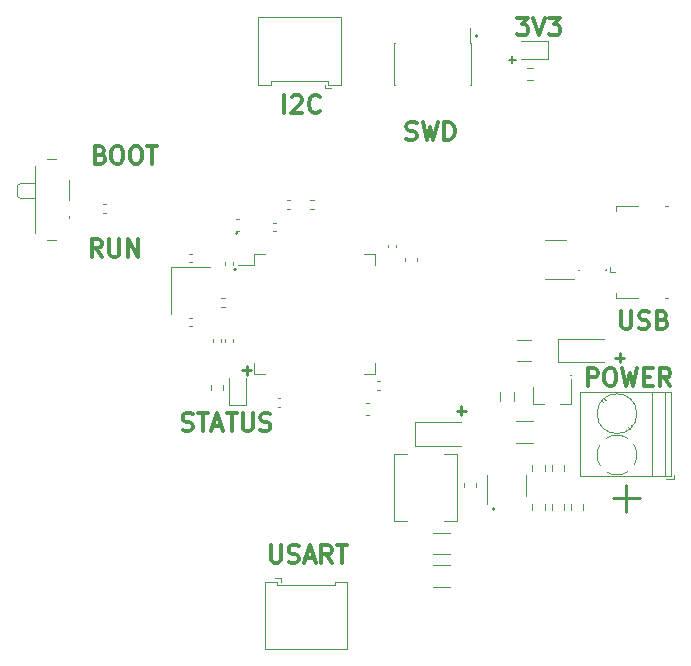
<source format=gbr>
%TF.GenerationSoftware,KiCad,Pcbnew,(5.1.8)-1*%
%TF.CreationDate,2021-01-09T13:57:28-05:00*%
%TF.ProjectId,STM32+USB+BUCK,53544d33-322b-4555-9342-2b4255434b2e,rev?*%
%TF.SameCoordinates,Original*%
%TF.FileFunction,Legend,Top*%
%TF.FilePolarity,Positive*%
%FSLAX46Y46*%
G04 Gerber Fmt 4.6, Leading zero omitted, Abs format (unit mm)*
G04 Created by KiCad (PCBNEW (5.1.8)-1) date 2021-01-09 13:57:28*
%MOMM*%
%LPD*%
G01*
G04 APERTURE LIST*
%ADD10C,0.300000*%
%ADD11C,0.200000*%
%ADD12C,0.250000*%
%ADD13C,0.150000*%
%ADD14C,0.120000*%
G04 APERTURE END LIST*
D10*
X116172857Y-95908571D02*
X115672857Y-95194285D01*
X115315714Y-95908571D02*
X115315714Y-94408571D01*
X115887142Y-94408571D01*
X116030000Y-94480000D01*
X116101428Y-94551428D01*
X116172857Y-94694285D01*
X116172857Y-94908571D01*
X116101428Y-95051428D01*
X116030000Y-95122857D01*
X115887142Y-95194285D01*
X115315714Y-95194285D01*
X116815714Y-94408571D02*
X116815714Y-95622857D01*
X116887142Y-95765714D01*
X116958571Y-95837142D01*
X117101428Y-95908571D01*
X117387142Y-95908571D01*
X117530000Y-95837142D01*
X117601428Y-95765714D01*
X117672857Y-95622857D01*
X117672857Y-94408571D01*
X118387142Y-95908571D02*
X118387142Y-94408571D01*
X119244285Y-95908571D01*
X119244285Y-94408571D01*
D11*
X150645238Y-79227142D02*
X151254761Y-79227142D01*
X150950000Y-79531904D02*
X150950000Y-78922380D01*
D12*
X128059047Y-105511428D02*
X128820952Y-105511428D01*
X128440000Y-105892380D02*
X128440000Y-105130476D01*
X159437142Y-116344285D02*
X161722857Y-116344285D01*
X160580000Y-117487142D02*
X160580000Y-115201428D01*
X146219047Y-108951428D02*
X146980952Y-108951428D01*
X146600000Y-109332380D02*
X146600000Y-108570476D01*
X159639047Y-104461428D02*
X160400952Y-104461428D01*
X160020000Y-104842380D02*
X160020000Y-104080476D01*
D13*
X147990000Y-77240000D02*
G75*
G03*
X147990000Y-77240000I-90000J0D01*
G01*
X156596569Y-97070000D02*
G75*
G03*
X156596569Y-97070000I-56569J0D01*
G01*
X158890828Y-97040000D02*
G75*
G03*
X158890828Y-97040000I-60828J0D01*
G01*
X155890000Y-105960000D02*
G75*
G03*
X155890000Y-105960000I-30000J0D01*
G01*
X149426158Y-117260000D02*
G75*
G03*
X149426158Y-117260000I-76158J0D01*
G01*
X127678102Y-93930000D02*
G75*
G03*
X127678102Y-93930000I-78102J0D01*
G01*
X127558102Y-97010000D02*
G75*
G03*
X127558102Y-97010000I-78102J0D01*
G01*
D10*
X123031714Y-110589142D02*
X123246000Y-110660571D01*
X123603142Y-110660571D01*
X123746000Y-110589142D01*
X123817428Y-110517714D01*
X123888857Y-110374857D01*
X123888857Y-110232000D01*
X123817428Y-110089142D01*
X123746000Y-110017714D01*
X123603142Y-109946285D01*
X123317428Y-109874857D01*
X123174571Y-109803428D01*
X123103142Y-109732000D01*
X123031714Y-109589142D01*
X123031714Y-109446285D01*
X123103142Y-109303428D01*
X123174571Y-109232000D01*
X123317428Y-109160571D01*
X123674571Y-109160571D01*
X123888857Y-109232000D01*
X124317428Y-109160571D02*
X125174571Y-109160571D01*
X124746000Y-110660571D02*
X124746000Y-109160571D01*
X125603142Y-110232000D02*
X126317428Y-110232000D01*
X125460285Y-110660571D02*
X125960285Y-109160571D01*
X126460285Y-110660571D01*
X126746000Y-109160571D02*
X127603142Y-109160571D01*
X127174571Y-110660571D02*
X127174571Y-109160571D01*
X128103142Y-109160571D02*
X128103142Y-110374857D01*
X128174571Y-110517714D01*
X128246000Y-110589142D01*
X128388857Y-110660571D01*
X128674571Y-110660571D01*
X128817428Y-110589142D01*
X128888857Y-110517714D01*
X128960285Y-110374857D01*
X128960285Y-109160571D01*
X129603142Y-110589142D02*
X129817428Y-110660571D01*
X130174571Y-110660571D01*
X130317428Y-110589142D01*
X130388857Y-110517714D01*
X130460285Y-110374857D01*
X130460285Y-110232000D01*
X130388857Y-110089142D01*
X130317428Y-110017714D01*
X130174571Y-109946285D01*
X129888857Y-109874857D01*
X129746000Y-109803428D01*
X129674571Y-109732000D01*
X129603142Y-109589142D01*
X129603142Y-109446285D01*
X129674571Y-109303428D01*
X129746000Y-109232000D01*
X129888857Y-109160571D01*
X130246000Y-109160571D01*
X130460285Y-109232000D01*
X151312857Y-75668571D02*
X152241428Y-75668571D01*
X151741428Y-76240000D01*
X151955714Y-76240000D01*
X152098571Y-76311428D01*
X152170000Y-76382857D01*
X152241428Y-76525714D01*
X152241428Y-76882857D01*
X152170000Y-77025714D01*
X152098571Y-77097142D01*
X151955714Y-77168571D01*
X151527142Y-77168571D01*
X151384285Y-77097142D01*
X151312857Y-77025714D01*
X152670000Y-75668571D02*
X153170000Y-77168571D01*
X153670000Y-75668571D01*
X154027142Y-75668571D02*
X154955714Y-75668571D01*
X154455714Y-76240000D01*
X154670000Y-76240000D01*
X154812857Y-76311428D01*
X154884285Y-76382857D01*
X154955714Y-76525714D01*
X154955714Y-76882857D01*
X154884285Y-77025714D01*
X154812857Y-77097142D01*
X154670000Y-77168571D01*
X154241428Y-77168571D01*
X154098571Y-77097142D01*
X154027142Y-77025714D01*
X157317714Y-106850571D02*
X157317714Y-105350571D01*
X157889142Y-105350571D01*
X158032000Y-105422000D01*
X158103428Y-105493428D01*
X158174857Y-105636285D01*
X158174857Y-105850571D01*
X158103428Y-105993428D01*
X158032000Y-106064857D01*
X157889142Y-106136285D01*
X157317714Y-106136285D01*
X159103428Y-105350571D02*
X159389142Y-105350571D01*
X159532000Y-105422000D01*
X159674857Y-105564857D01*
X159746285Y-105850571D01*
X159746285Y-106350571D01*
X159674857Y-106636285D01*
X159532000Y-106779142D01*
X159389142Y-106850571D01*
X159103428Y-106850571D01*
X158960571Y-106779142D01*
X158817714Y-106636285D01*
X158746285Y-106350571D01*
X158746285Y-105850571D01*
X158817714Y-105564857D01*
X158960571Y-105422000D01*
X159103428Y-105350571D01*
X160246285Y-105350571D02*
X160603428Y-106850571D01*
X160889142Y-105779142D01*
X161174857Y-106850571D01*
X161532000Y-105350571D01*
X162103428Y-106064857D02*
X162603428Y-106064857D01*
X162817714Y-106850571D02*
X162103428Y-106850571D01*
X162103428Y-105350571D01*
X162817714Y-105350571D01*
X164317714Y-106850571D02*
X163817714Y-106136285D01*
X163460571Y-106850571D02*
X163460571Y-105350571D01*
X164032000Y-105350571D01*
X164174857Y-105422000D01*
X164246285Y-105493428D01*
X164317714Y-105636285D01*
X164317714Y-105850571D01*
X164246285Y-105993428D01*
X164174857Y-106064857D01*
X164032000Y-106136285D01*
X163460571Y-106136285D01*
X116074285Y-87268857D02*
X116288571Y-87340285D01*
X116360000Y-87411714D01*
X116431428Y-87554571D01*
X116431428Y-87768857D01*
X116360000Y-87911714D01*
X116288571Y-87983142D01*
X116145714Y-88054571D01*
X115574285Y-88054571D01*
X115574285Y-86554571D01*
X116074285Y-86554571D01*
X116217142Y-86626000D01*
X116288571Y-86697428D01*
X116360000Y-86840285D01*
X116360000Y-86983142D01*
X116288571Y-87126000D01*
X116217142Y-87197428D01*
X116074285Y-87268857D01*
X115574285Y-87268857D01*
X117360000Y-86554571D02*
X117645714Y-86554571D01*
X117788571Y-86626000D01*
X117931428Y-86768857D01*
X118002857Y-87054571D01*
X118002857Y-87554571D01*
X117931428Y-87840285D01*
X117788571Y-87983142D01*
X117645714Y-88054571D01*
X117360000Y-88054571D01*
X117217142Y-87983142D01*
X117074285Y-87840285D01*
X117002857Y-87554571D01*
X117002857Y-87054571D01*
X117074285Y-86768857D01*
X117217142Y-86626000D01*
X117360000Y-86554571D01*
X118931428Y-86554571D02*
X119217142Y-86554571D01*
X119360000Y-86626000D01*
X119502857Y-86768857D01*
X119574285Y-87054571D01*
X119574285Y-87554571D01*
X119502857Y-87840285D01*
X119360000Y-87983142D01*
X119217142Y-88054571D01*
X118931428Y-88054571D01*
X118788571Y-87983142D01*
X118645714Y-87840285D01*
X118574285Y-87554571D01*
X118574285Y-87054571D01*
X118645714Y-86768857D01*
X118788571Y-86626000D01*
X118931428Y-86554571D01*
X120002857Y-86554571D02*
X120860000Y-86554571D01*
X120431428Y-88054571D02*
X120431428Y-86554571D01*
X130496857Y-120336571D02*
X130496857Y-121550857D01*
X130568285Y-121693714D01*
X130639714Y-121765142D01*
X130782571Y-121836571D01*
X131068285Y-121836571D01*
X131211142Y-121765142D01*
X131282571Y-121693714D01*
X131354000Y-121550857D01*
X131354000Y-120336571D01*
X131996857Y-121765142D02*
X132211142Y-121836571D01*
X132568285Y-121836571D01*
X132711142Y-121765142D01*
X132782571Y-121693714D01*
X132854000Y-121550857D01*
X132854000Y-121408000D01*
X132782571Y-121265142D01*
X132711142Y-121193714D01*
X132568285Y-121122285D01*
X132282571Y-121050857D01*
X132139714Y-120979428D01*
X132068285Y-120908000D01*
X131996857Y-120765142D01*
X131996857Y-120622285D01*
X132068285Y-120479428D01*
X132139714Y-120408000D01*
X132282571Y-120336571D01*
X132639714Y-120336571D01*
X132854000Y-120408000D01*
X133425428Y-121408000D02*
X134139714Y-121408000D01*
X133282571Y-121836571D02*
X133782571Y-120336571D01*
X134282571Y-121836571D01*
X135639714Y-121836571D02*
X135139714Y-121122285D01*
X134782571Y-121836571D02*
X134782571Y-120336571D01*
X135354000Y-120336571D01*
X135496857Y-120408000D01*
X135568285Y-120479428D01*
X135639714Y-120622285D01*
X135639714Y-120836571D01*
X135568285Y-120979428D01*
X135496857Y-121050857D01*
X135354000Y-121122285D01*
X134782571Y-121122285D01*
X136068285Y-120336571D02*
X136925428Y-120336571D01*
X136496857Y-121836571D02*
X136496857Y-120336571D01*
X141982285Y-85951142D02*
X142196571Y-86022571D01*
X142553714Y-86022571D01*
X142696571Y-85951142D01*
X142768000Y-85879714D01*
X142839428Y-85736857D01*
X142839428Y-85594000D01*
X142768000Y-85451142D01*
X142696571Y-85379714D01*
X142553714Y-85308285D01*
X142268000Y-85236857D01*
X142125142Y-85165428D01*
X142053714Y-85094000D01*
X141982285Y-84951142D01*
X141982285Y-84808285D01*
X142053714Y-84665428D01*
X142125142Y-84594000D01*
X142268000Y-84522571D01*
X142625142Y-84522571D01*
X142839428Y-84594000D01*
X143339428Y-84522571D02*
X143696571Y-86022571D01*
X143982285Y-84951142D01*
X144268000Y-86022571D01*
X144625142Y-84522571D01*
X145196571Y-86022571D02*
X145196571Y-84522571D01*
X145553714Y-84522571D01*
X145768000Y-84594000D01*
X145910857Y-84736857D01*
X145982285Y-84879714D01*
X146053714Y-85165428D01*
X146053714Y-85379714D01*
X145982285Y-85665428D01*
X145910857Y-85808285D01*
X145768000Y-85951142D01*
X145553714Y-86022571D01*
X145196571Y-86022571D01*
X160159142Y-100524571D02*
X160159142Y-101738857D01*
X160230571Y-101881714D01*
X160302000Y-101953142D01*
X160444857Y-102024571D01*
X160730571Y-102024571D01*
X160873428Y-101953142D01*
X160944857Y-101881714D01*
X161016285Y-101738857D01*
X161016285Y-100524571D01*
X161659142Y-101953142D02*
X161873428Y-102024571D01*
X162230571Y-102024571D01*
X162373428Y-101953142D01*
X162444857Y-101881714D01*
X162516285Y-101738857D01*
X162516285Y-101596000D01*
X162444857Y-101453142D01*
X162373428Y-101381714D01*
X162230571Y-101310285D01*
X161944857Y-101238857D01*
X161802000Y-101167428D01*
X161730571Y-101096000D01*
X161659142Y-100953142D01*
X161659142Y-100810285D01*
X161730571Y-100667428D01*
X161802000Y-100596000D01*
X161944857Y-100524571D01*
X162302000Y-100524571D01*
X162516285Y-100596000D01*
X163659142Y-101238857D02*
X163873428Y-101310285D01*
X163944857Y-101381714D01*
X164016285Y-101524571D01*
X164016285Y-101738857D01*
X163944857Y-101881714D01*
X163873428Y-101953142D01*
X163730571Y-102024571D01*
X163159142Y-102024571D01*
X163159142Y-100524571D01*
X163659142Y-100524571D01*
X163802000Y-100596000D01*
X163873428Y-100667428D01*
X163944857Y-100810285D01*
X163944857Y-100953142D01*
X163873428Y-101096000D01*
X163802000Y-101167428D01*
X163659142Y-101238857D01*
X163159142Y-101238857D01*
X131631714Y-83736571D02*
X131631714Y-82236571D01*
X132274571Y-82379428D02*
X132346000Y-82308000D01*
X132488857Y-82236571D01*
X132846000Y-82236571D01*
X132988857Y-82308000D01*
X133060285Y-82379428D01*
X133131714Y-82522285D01*
X133131714Y-82665142D01*
X133060285Y-82879428D01*
X132203142Y-83736571D01*
X133131714Y-83736571D01*
X134631714Y-83593714D02*
X134560285Y-83665142D01*
X134346000Y-83736571D01*
X134203142Y-83736571D01*
X133988857Y-83665142D01*
X133846000Y-83522285D01*
X133774571Y-83379428D01*
X133703142Y-83093714D01*
X133703142Y-82879428D01*
X133774571Y-82593714D01*
X133846000Y-82450857D01*
X133988857Y-82308000D01*
X134203142Y-82236571D01*
X134346000Y-82236571D01*
X134560285Y-82308000D01*
X134631714Y-82379428D01*
D14*
%TO.C,J1*%
X159737500Y-99400000D02*
X159737500Y-98950000D01*
X161587500Y-99400000D02*
X159737500Y-99400000D01*
X164137500Y-91600000D02*
X163887500Y-91600000D01*
X164137500Y-99400000D02*
X163887500Y-99400000D01*
X161587500Y-91600000D02*
X159737500Y-91600000D01*
X159737500Y-91600000D02*
X159737500Y-92050000D01*
X159187500Y-97200000D02*
X159187500Y-96750000D01*
X159187500Y-97200000D02*
X159637500Y-97200000D01*
%TO.C,C12*%
X126310000Y-103107836D02*
X126310000Y-102892164D01*
X125590000Y-103107836D02*
X125590000Y-102892164D01*
%TO.C,C1*%
X138559420Y-108290000D02*
X138840580Y-108290000D01*
X138559420Y-109310000D02*
X138840580Y-109310000D01*
%TO.C,C2*%
X127840580Y-93710000D02*
X127559420Y-93710000D01*
X127840580Y-92690000D02*
X127559420Y-92690000D01*
%TO.C,C3*%
X142860000Y-96290580D02*
X142860000Y-96009420D01*
X141840000Y-96290580D02*
X141840000Y-96009420D01*
%TO.C,C4*%
X130692164Y-93760000D02*
X130907836Y-93760000D01*
X130692164Y-93040000D02*
X130907836Y-93040000D01*
%TO.C,C5*%
X139492164Y-106440000D02*
X139707836Y-106440000D01*
X139492164Y-107160000D02*
X139707836Y-107160000D01*
%TO.C,C6*%
X141110000Y-95107836D02*
X141110000Y-94892164D01*
X140390000Y-95107836D02*
X140390000Y-94892164D01*
%TO.C,C7*%
X151238748Y-111660000D02*
X152661252Y-111660000D01*
X151238748Y-109840000D02*
X152661252Y-109840000D01*
%TO.C,C8*%
X126590000Y-96607836D02*
X126590000Y-96392164D01*
X127310000Y-96607836D02*
X127310000Y-96392164D01*
%TO.C,C9*%
X131307836Y-107890000D02*
X131092164Y-107890000D01*
X131307836Y-108610000D02*
X131092164Y-108610000D01*
%TO.C,C10*%
X123592164Y-96360000D02*
X123807836Y-96360000D01*
X123592164Y-95640000D02*
X123807836Y-95640000D01*
%TO.C,C11*%
X126590000Y-103107836D02*
X126590000Y-102892164D01*
X127310000Y-103107836D02*
X127310000Y-102892164D01*
%TO.C,C13*%
X123807836Y-101810000D02*
X123592164Y-101810000D01*
X123807836Y-101090000D02*
X123592164Y-101090000D01*
%TO.C,C14*%
X144213748Y-119290000D02*
X145636252Y-119290000D01*
X144213748Y-121110000D02*
X145636252Y-121110000D01*
%TO.C,C15*%
X144238748Y-122040000D02*
X145661252Y-122040000D01*
X144238748Y-123860000D02*
X145661252Y-123860000D01*
%TO.C,C16*%
X146840000Y-115109420D02*
X146840000Y-115390580D01*
X147860000Y-115109420D02*
X147860000Y-115390580D01*
%TO.C,D1*%
X126965000Y-106200000D02*
X126965000Y-108485000D01*
X126965000Y-108485000D02*
X128435000Y-108485000D01*
X128435000Y-108485000D02*
X128435000Y-106200000D01*
%TO.C,D2*%
X154800000Y-102850000D02*
X154800000Y-104850000D01*
X154800000Y-104850000D02*
X158700000Y-104850000D01*
X154800000Y-102850000D02*
X158700000Y-102850000D01*
%TO.C,D3*%
X142700000Y-109900000D02*
X146600000Y-109900000D01*
X142700000Y-111900000D02*
X146600000Y-111900000D01*
X142700000Y-109900000D02*
X142700000Y-111900000D01*
%TO.C,D4*%
X153945000Y-77685000D02*
X151660000Y-77685000D01*
X153945000Y-79155000D02*
X153945000Y-77685000D01*
X151660000Y-79155000D02*
X153945000Y-79155000D01*
%TO.C,F1*%
X151347936Y-102940000D02*
X152552064Y-102940000D01*
X151347936Y-104760000D02*
X152552064Y-104760000D01*
%TO.C,FB1*%
X149940000Y-108149622D02*
X149940000Y-107350378D01*
X151060000Y-108149622D02*
X151060000Y-107350378D01*
%TO.C,J2*%
X161480000Y-109200000D02*
G75*
G03*
X161480000Y-109200000I-1680000J0D01*
G01*
X163900000Y-114510000D02*
X163900000Y-107390000D01*
X162800000Y-114510000D02*
X162800000Y-107390000D01*
X156640000Y-114510000D02*
X156640000Y-107390000D01*
X164360000Y-114510000D02*
X164360000Y-107390000D01*
X156640000Y-114510000D02*
X164360000Y-114510000D01*
X156640000Y-107390000D02*
X164360000Y-107390000D01*
X158731000Y-107925000D02*
X158859000Y-108054000D01*
X160981000Y-110175000D02*
X161074000Y-110269000D01*
X158525000Y-108130000D02*
X158619000Y-108224000D01*
X160741000Y-110345000D02*
X160869000Y-110474000D01*
X163960000Y-114750000D02*
X164600000Y-114750000D01*
X164600000Y-114750000D02*
X164600000Y-114350000D01*
X161224721Y-111809736D02*
G75*
G02*
X161480000Y-112700000I-1424721J-890264D01*
G01*
X158909807Y-111274495D02*
G75*
G02*
X160691000Y-111275000I890193J-1425505D01*
G01*
X158374642Y-113589894D02*
G75*
G02*
X158360000Y-111834000I1425358J889894D01*
G01*
X160689894Y-114125358D02*
G75*
G02*
X158934000Y-114140000I-889894J1425358D01*
G01*
X161480099Y-112671326D02*
G75*
G02*
X161240000Y-113566000I-1680099J-28674D01*
G01*
%TO.C,J3*%
X135050000Y-81350000D02*
X135050000Y-81650000D01*
X135050000Y-81650000D02*
X135550000Y-81650000D01*
X132925000Y-81060000D02*
X135340000Y-81060000D01*
X135340000Y-81060000D02*
X135340000Y-81360000D01*
X135340000Y-81360000D02*
X136410000Y-81360000D01*
X136410000Y-81360000D02*
X136410000Y-75640000D01*
X136410000Y-75640000D02*
X132925000Y-75640000D01*
X132925000Y-81060000D02*
X130510000Y-81060000D01*
X130510000Y-81060000D02*
X130510000Y-81360000D01*
X130510000Y-81360000D02*
X129440000Y-81360000D01*
X129440000Y-81360000D02*
X129440000Y-75640000D01*
X129440000Y-75640000D02*
X132925000Y-75640000D01*
%TO.C,J4*%
X141030000Y-81365000D02*
X140965000Y-81365000D01*
X141030000Y-77835000D02*
X140965000Y-77835000D01*
X147435000Y-81365000D02*
X147370000Y-81365000D01*
X147435000Y-77835000D02*
X147370000Y-77835000D01*
X147370000Y-76510000D02*
X147370000Y-77835000D01*
X140965000Y-77835000D02*
X140965000Y-81365000D01*
X147435000Y-77835000D02*
X147435000Y-81365000D01*
%TO.C,J5*%
X136960000Y-129160000D02*
X133475000Y-129160000D01*
X136960000Y-123440000D02*
X136960000Y-129160000D01*
X135890000Y-123440000D02*
X136960000Y-123440000D01*
X135890000Y-123740000D02*
X135890000Y-123440000D01*
X133475000Y-123740000D02*
X135890000Y-123740000D01*
X129990000Y-129160000D02*
X133475000Y-129160000D01*
X129990000Y-123440000D02*
X129990000Y-129160000D01*
X131060000Y-123440000D02*
X129990000Y-123440000D01*
X131060000Y-123740000D02*
X131060000Y-123440000D01*
X133475000Y-123740000D02*
X131060000Y-123740000D01*
X131350000Y-123150000D02*
X130850000Y-123150000D01*
X131350000Y-123450000D02*
X131350000Y-123150000D01*
%TO.C,L2*%
X146300000Y-112650000D02*
X146300000Y-118250000D01*
X140900000Y-112650000D02*
X140900000Y-118250000D01*
X146300000Y-112650000D02*
X145150000Y-112650000D01*
X140900000Y-112650000D02*
X142050000Y-112650000D01*
X146300000Y-118250000D02*
X145150000Y-118250000D01*
X140900000Y-118250000D02*
X142050000Y-118250000D01*
%TO.C,Q1*%
X152720000Y-108410000D02*
X153650000Y-108410000D01*
X155880000Y-108410000D02*
X154950000Y-108410000D01*
X155880000Y-108410000D02*
X155880000Y-106250000D01*
X152720000Y-108410000D02*
X152720000Y-106950000D01*
%TO.C,R1*%
X125427500Y-107237258D02*
X125427500Y-106762742D01*
X126472500Y-107237258D02*
X126472500Y-106762742D01*
%TO.C,R2*%
X152627500Y-113562742D02*
X152627500Y-114037258D01*
X153672500Y-113562742D02*
X153672500Y-114037258D01*
%TO.C,R3*%
X154277500Y-114037258D02*
X154277500Y-113562742D01*
X155322500Y-114037258D02*
X155322500Y-113562742D01*
%TO.C,R4*%
X116246359Y-91420000D02*
X116553641Y-91420000D01*
X116246359Y-92180000D02*
X116553641Y-92180000D01*
%TO.C,R5*%
X134153641Y-91830000D02*
X133846359Y-91830000D01*
X134153641Y-91070000D02*
X133846359Y-91070000D01*
%TO.C,R6*%
X126603641Y-99442000D02*
X126296359Y-99442000D01*
X126603641Y-100202000D02*
X126296359Y-100202000D01*
%TO.C,R7*%
X131846359Y-91830000D02*
X132153641Y-91830000D01*
X131846359Y-91070000D02*
X132153641Y-91070000D01*
%TO.C,R8*%
X153672500Y-117337258D02*
X153672500Y-116862742D01*
X152627500Y-117337258D02*
X152627500Y-116862742D01*
%TO.C,R9*%
X155322500Y-116862742D02*
X155322500Y-117337258D01*
X154277500Y-116862742D02*
X154277500Y-117337258D01*
%TO.C,R10*%
X156922500Y-117337258D02*
X156922500Y-116862742D01*
X155877500Y-117337258D02*
X155877500Y-116862742D01*
%TO.C,R11*%
X152697258Y-80982500D02*
X152222742Y-80982500D01*
X152697258Y-79937500D02*
X152222742Y-79937500D01*
%TO.C,SW1*%
X113370000Y-92450000D02*
X113370000Y-92650000D01*
X109230000Y-89650000D02*
X109020000Y-89850000D01*
X109230000Y-90950000D02*
X109020000Y-90750000D01*
X110520000Y-89650000D02*
X109230000Y-89650000D01*
X109020000Y-89850000D02*
X109020000Y-90750000D01*
X109230000Y-90950000D02*
X110520000Y-90950000D01*
X110520000Y-88200000D02*
X110520000Y-93900000D01*
X113370000Y-89450000D02*
X113370000Y-91150000D01*
X112320000Y-87600000D02*
X111530000Y-87600000D01*
X111530000Y-94500000D02*
X112320000Y-94500000D01*
%TO.C,U1*%
X138360000Y-105860000D02*
X139310000Y-105860000D01*
X139310000Y-105860000D02*
X139310000Y-104910000D01*
X130040000Y-105860000D02*
X129090000Y-105860000D01*
X129090000Y-105860000D02*
X129090000Y-104910000D01*
X138360000Y-95640000D02*
X139310000Y-95640000D01*
X139310000Y-95640000D02*
X139310000Y-96590000D01*
X130040000Y-95640000D02*
X129090000Y-95640000D01*
X129090000Y-95640000D02*
X129090000Y-96590000D01*
X129090000Y-96590000D02*
X127750000Y-96590000D01*
%TO.C,U2*%
X152060000Y-116200000D02*
X152060000Y-114400000D01*
X148840000Y-114400000D02*
X148840000Y-116850000D01*
%TO.C,U3*%
X155526000Y-94536000D02*
X153726000Y-94536000D01*
X153726000Y-97756000D02*
X156176000Y-97756000D01*
%TO.C,Y1*%
X125350000Y-96750000D02*
X122050000Y-96750000D01*
X122050000Y-96750000D02*
X122050000Y-100750000D01*
%TD*%
M02*

</source>
